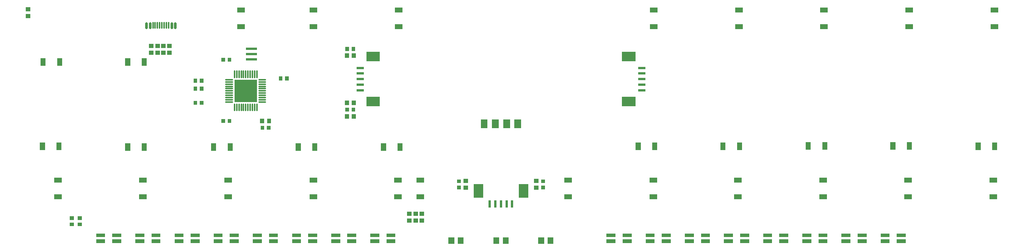
<source format=gbp>
G04 Layer: BottomPasteMaskLayer*
G04 EasyEDA v6.4.25, 2022-01-20T16:11:06+08:00*
G04 bfaf2d4f65d64c88941de24b5d45c2ce,3b57db4a37c74da5bb1b5bc11455ab19,10*
G04 Gerber Generator version 0.2*
G04 Scale: 100 percent, Rotated: No, Reflected: No *
G04 Dimensions in millimeters *
G04 leading zeros omitted , absolute positions ,4 integer and 5 decimal *
%FSLAX45Y45*%
%MOMM*%

%ADD19C,0.3000*%
%ADD20C,0.6000*%

%LPD*%
D19*
X-6002301Y435787D02*
G01*
X-6142301Y435787D01*
X-6002301Y485775D02*
G01*
X-6142301Y485775D01*
X-6002301Y535787D02*
G01*
X-6142301Y535787D01*
X-6002301Y585774D02*
G01*
X-6142301Y585774D01*
X-6002301Y635787D02*
G01*
X-6142301Y635787D01*
X-6002301Y685774D02*
G01*
X-6142301Y685774D01*
X-6002301Y735787D02*
G01*
X-6142301Y735787D01*
X-6002301Y785774D02*
G01*
X-6142301Y785774D01*
X-6002301Y835787D02*
G01*
X-6142301Y835787D01*
X-6002301Y885774D02*
G01*
X-6142301Y885774D01*
X-6002301Y935786D02*
G01*
X-6142301Y935786D01*
X-5952312Y985776D02*
G01*
X-5952312Y1125776D01*
X-5902325Y985776D02*
G01*
X-5902325Y1125776D01*
X-5852312Y985776D02*
G01*
X-5852312Y1125776D01*
X-5802325Y985776D02*
G01*
X-5802325Y1125776D01*
X-5752312Y985776D02*
G01*
X-5752312Y1125776D01*
X-5702325Y985776D02*
G01*
X-5702325Y1125776D01*
X-5652312Y985776D02*
G01*
X-5652312Y1125776D01*
X-5602325Y985776D02*
G01*
X-5602325Y1125776D01*
X-5552312Y985776D02*
G01*
X-5552312Y1125776D01*
X-5502325Y985776D02*
G01*
X-5502325Y1125776D01*
X-5452313Y985776D02*
G01*
X-5452313Y1125776D01*
X-5262323Y935786D02*
G01*
X-5402323Y935786D01*
X-5262323Y885774D02*
G01*
X-5402323Y885774D01*
X-5262323Y835787D02*
G01*
X-5402323Y835787D01*
X-5262323Y785774D02*
G01*
X-5402323Y785774D01*
X-5262323Y735787D02*
G01*
X-5402323Y735787D01*
X-5262323Y685774D02*
G01*
X-5402323Y685774D01*
X-5262323Y635787D02*
G01*
X-5402323Y635787D01*
X-5262323Y585774D02*
G01*
X-5402323Y585774D01*
X-5262323Y535787D02*
G01*
X-5402323Y535787D01*
X-5262323Y485775D02*
G01*
X-5402323Y485775D01*
X-5262323Y435787D02*
G01*
X-5402323Y435787D01*
X-5452313Y245798D02*
G01*
X-5452313Y385798D01*
X-5502325Y245798D02*
G01*
X-5502325Y385798D01*
X-5552312Y245798D02*
G01*
X-5552312Y385798D01*
X-5602325Y245798D02*
G01*
X-5602325Y385798D01*
X-5652312Y245798D02*
G01*
X-5652312Y385798D01*
X-5702325Y245798D02*
G01*
X-5702325Y385798D01*
X-5752312Y245798D02*
G01*
X-5752312Y385798D01*
X-5802325Y245798D02*
G01*
X-5802325Y385798D01*
X-5852312Y245798D02*
G01*
X-5852312Y385798D01*
X-5902325Y245798D02*
G01*
X-5902325Y385798D01*
X-5952312Y245798D02*
G01*
X-5952312Y385798D01*
D20*
X-7919999Y2106074D02*
G01*
X-7919999Y2196076D01*
X-7840014Y2106074D02*
G01*
X-7840014Y2196076D01*
D19*
X-7775016Y2091075D02*
G01*
X-7775016Y2211075D01*
X-7725003Y2091075D02*
G01*
X-7725003Y2211075D01*
X-7675016Y2091075D02*
G01*
X-7675016Y2211075D01*
X-7625003Y2091075D02*
G01*
X-7625003Y2211075D01*
X-7575016Y2091075D02*
G01*
X-7575016Y2211075D01*
X-7525004Y2091075D02*
G01*
X-7525004Y2211075D01*
X-7475042Y2091075D02*
G01*
X-7475042Y2211075D01*
X-7425004Y2091075D02*
G01*
X-7425004Y2211075D01*
D20*
X-7360005Y2106074D02*
G01*
X-7360005Y2196076D01*
X-7280020Y2106074D02*
G01*
X-7280020Y2196076D01*
G36*
X-6726400Y869398D02*
G01*
X-6646400Y869398D01*
X-6646400Y959401D01*
X-6726400Y959401D01*
G37*
G36*
X-6866399Y869398D02*
G01*
X-6786399Y869398D01*
X-6786399Y959401D01*
X-6866399Y959401D01*
G37*
G36*
X-4881399Y1010201D02*
G01*
X-4961399Y1010201D01*
X-4961399Y920198D01*
X-4881399Y920198D01*
G37*
G36*
X-4741400Y1010201D02*
G01*
X-4821400Y1010201D01*
X-4821400Y920198D01*
X-4741400Y920198D01*
G37*
G36*
X-9455701Y-2265199D02*
G01*
X-9455701Y-2345199D01*
X-9365698Y-2345199D01*
X-9365698Y-2265199D01*
G37*
G36*
X-9455701Y-2125200D02*
G01*
X-9455701Y-2205200D01*
X-9365698Y-2205200D01*
X-9365698Y-2125200D01*
G37*
G36*
X-9916160Y1248410D02*
G01*
X-9804400Y1248410D01*
X-9804400Y1418589D01*
X-9916160Y1418589D01*
G37*
G36*
X-10287000Y1248410D02*
G01*
X-10175239Y1248410D01*
X-10175239Y1418589D01*
X-10287000Y1418589D01*
G37*
G36*
X-8023860Y1248410D02*
G01*
X-7912100Y1248410D01*
X-7912100Y1418589D01*
X-8023860Y1418589D01*
G37*
G36*
X-8394700Y1248410D02*
G01*
X-8282939Y1248410D01*
X-8282939Y1418589D01*
X-8394700Y1418589D01*
G37*
G36*
X-5718810Y2440939D02*
G01*
X-5718810Y2552700D01*
X-5888989Y2552700D01*
X-5888989Y2440939D01*
G37*
G36*
X-5718810Y2070100D02*
G01*
X-5718810Y2181860D01*
X-5888989Y2181860D01*
X-5888989Y2070100D01*
G37*
G36*
X-4276089Y2181860D02*
G01*
X-4276089Y2070100D01*
X-4105910Y2070100D01*
X-4105910Y2181860D01*
G37*
G36*
X-4276089Y2552700D02*
G01*
X-4276089Y2440939D01*
X-4105910Y2440939D01*
X-4105910Y2552700D01*
G37*
G36*
X-2371089Y2181860D02*
G01*
X-2371089Y2070100D01*
X-2200910Y2070100D01*
X-2200910Y2181860D01*
G37*
G36*
X-2371089Y2552700D02*
G01*
X-2371089Y2440939D01*
X-2200910Y2440939D01*
X-2200910Y2552700D01*
G37*
G36*
X3331209Y2181860D02*
G01*
X3331209Y2070100D01*
X3501390Y2070100D01*
X3501390Y2181860D01*
G37*
G36*
X3331209Y2552700D02*
G01*
X3331209Y2440939D01*
X3501390Y2440939D01*
X3501390Y2552700D01*
G37*
G36*
X5236209Y2181860D02*
G01*
X5236209Y2070100D01*
X5406390Y2070100D01*
X5406390Y2181860D01*
G37*
G36*
X5236209Y2552700D02*
G01*
X5236209Y2440939D01*
X5406390Y2440939D01*
X5406390Y2552700D01*
G37*
G36*
X7128509Y2181860D02*
G01*
X7128509Y2070100D01*
X7298690Y2070100D01*
X7298690Y2181860D01*
G37*
G36*
X7128509Y2552700D02*
G01*
X7128509Y2440939D01*
X7298690Y2440939D01*
X7298690Y2552700D01*
G37*
G36*
X9033509Y2181860D02*
G01*
X9033509Y2070100D01*
X9203690Y2070100D01*
X9203690Y2181860D01*
G37*
G36*
X9033509Y2552700D02*
G01*
X9033509Y2440939D01*
X9203690Y2440939D01*
X9203690Y2552700D01*
G37*
G36*
X10938509Y2181860D02*
G01*
X10938509Y2070100D01*
X11108690Y2070100D01*
X11108690Y2181860D01*
G37*
G36*
X10938509Y2552700D02*
G01*
X10938509Y2440939D01*
X11108690Y2440939D01*
X11108690Y2552700D01*
G37*
G36*
X-9928860Y-643889D02*
G01*
X-9817100Y-643889D01*
X-9817100Y-473710D01*
X-9928860Y-473710D01*
G37*
G36*
X-10299700Y-643889D02*
G01*
X-10187939Y-643889D01*
X-10187939Y-473710D01*
X-10299700Y-473710D01*
G37*
G36*
X-8023860Y-656589D02*
G01*
X-7912100Y-656589D01*
X-7912100Y-486410D01*
X-8023860Y-486410D01*
G37*
G36*
X-8394700Y-656589D02*
G01*
X-8282939Y-656589D01*
X-8282939Y-486410D01*
X-8394700Y-486410D01*
G37*
G36*
X-6106160Y-656589D02*
G01*
X-5994400Y-656589D01*
X-5994400Y-486410D01*
X-6106160Y-486410D01*
G37*
G36*
X-6477000Y-656589D02*
G01*
X-6365239Y-656589D01*
X-6365239Y-486410D01*
X-6477000Y-486410D01*
G37*
G36*
X-4213860Y-656589D02*
G01*
X-4102100Y-656589D01*
X-4102100Y-486410D01*
X-4213860Y-486410D01*
G37*
G36*
X-4584700Y-656589D02*
G01*
X-4472939Y-656589D01*
X-4472939Y-486410D01*
X-4584700Y-486410D01*
G37*
G36*
X-2308860Y-656589D02*
G01*
X-2197100Y-656589D01*
X-2197100Y-486410D01*
X-2308860Y-486410D01*
G37*
G36*
X-2679700Y-656589D02*
G01*
X-2567939Y-656589D01*
X-2567939Y-486410D01*
X-2679700Y-486410D01*
G37*
G36*
X3380740Y-643889D02*
G01*
X3492500Y-643889D01*
X3492500Y-473710D01*
X3380740Y-473710D01*
G37*
G36*
X3009900Y-643889D02*
G01*
X3121659Y-643889D01*
X3121659Y-473710D01*
X3009900Y-473710D01*
G37*
G36*
X5273040Y-643889D02*
G01*
X5384800Y-643889D01*
X5384800Y-473710D01*
X5273040Y-473710D01*
G37*
G36*
X4902200Y-643889D02*
G01*
X5013959Y-643889D01*
X5013959Y-473710D01*
X4902200Y-473710D01*
G37*
G36*
X7178040Y-631189D02*
G01*
X7289800Y-631189D01*
X7289800Y-461010D01*
X7178040Y-461010D01*
G37*
G36*
X6807200Y-631189D02*
G01*
X6918959Y-631189D01*
X6918959Y-461010D01*
X6807200Y-461010D01*
G37*
G36*
X9070340Y-631189D02*
G01*
X9182100Y-631189D01*
X9182100Y-461010D01*
X9070340Y-461010D01*
G37*
G36*
X8699500Y-631189D02*
G01*
X8811259Y-631189D01*
X8811259Y-461010D01*
X8699500Y-461010D01*
G37*
G36*
X10975340Y-643889D02*
G01*
X11087100Y-643889D01*
X11087100Y-473710D01*
X10975340Y-473710D01*
G37*
G36*
X10604500Y-643889D02*
G01*
X10716259Y-643889D01*
X10716259Y-473710D01*
X10604500Y-473710D01*
G37*
G36*
X-9808210Y-1369060D02*
G01*
X-9808210Y-1257300D01*
X-9978389Y-1257300D01*
X-9978389Y-1369060D01*
G37*
G36*
X-9808210Y-1739900D02*
G01*
X-9808210Y-1628139D01*
X-9978389Y-1628139D01*
X-9978389Y-1739900D01*
G37*
G36*
X-7915910Y-1369060D02*
G01*
X-7915910Y-1257300D01*
X-8086089Y-1257300D01*
X-8086089Y-1369060D01*
G37*
G36*
X-7915910Y-1739900D02*
G01*
X-7915910Y-1628139D01*
X-8086089Y-1628139D01*
X-8086089Y-1739900D01*
G37*
G36*
X-6010910Y-1369060D02*
G01*
X-6010910Y-1257300D01*
X-6181089Y-1257300D01*
X-6181089Y-1369060D01*
G37*
G36*
X-6010910Y-1739900D02*
G01*
X-6010910Y-1628139D01*
X-6181089Y-1628139D01*
X-6181089Y-1739900D01*
G37*
G36*
X-4105910Y-1369060D02*
G01*
X-4105910Y-1257300D01*
X-4276089Y-1257300D01*
X-4276089Y-1369060D01*
G37*
G36*
X-4105910Y-1739900D02*
G01*
X-4105910Y-1628139D01*
X-4276089Y-1628139D01*
X-4276089Y-1739900D01*
G37*
G36*
X-2213610Y-1369060D02*
G01*
X-2213610Y-1257300D01*
X-2383789Y-1257300D01*
X-2383789Y-1369060D01*
G37*
G36*
X-2213610Y-1739900D02*
G01*
X-2213610Y-1628139D01*
X-2383789Y-1628139D01*
X-2383789Y-1739900D01*
G37*
G36*
X-1718310Y-1369060D02*
G01*
X-1718310Y-1257300D01*
X-1888489Y-1257300D01*
X-1888489Y-1369060D01*
G37*
G36*
X-1718310Y-1739900D02*
G01*
X-1718310Y-1628139D01*
X-1888489Y-1628139D01*
X-1888489Y-1739900D01*
G37*
G36*
X-5288534Y63500D02*
G01*
X-5379973Y63500D01*
X-5379973Y-38100D01*
X-5288534Y-38100D01*
G37*
G36*
X-5135626Y63500D02*
G01*
X-5227065Y63500D01*
X-5227065Y-38100D01*
X-5135626Y-38100D01*
G37*
G36*
X-3334765Y63500D02*
G01*
X-3243326Y63500D01*
X-3243326Y165100D01*
X-3334765Y165100D01*
G37*
G36*
X-3487673Y63500D02*
G01*
X-3396234Y63500D01*
X-3396234Y165100D01*
X-3487673Y165100D01*
G37*
G36*
X-3396234Y469900D02*
G01*
X-3487673Y469900D01*
X-3487673Y368300D01*
X-3396234Y368300D01*
G37*
G36*
X-3243326Y469900D02*
G01*
X-3334765Y469900D01*
X-3334765Y368300D01*
X-3243326Y368300D01*
G37*
G36*
X-3396234Y1524000D02*
G01*
X-3487673Y1524000D01*
X-3487673Y1422400D01*
X-3396234Y1422400D01*
G37*
G36*
X-3243326Y1524000D02*
G01*
X-3334765Y1524000D01*
X-3334765Y1422400D01*
X-3243326Y1422400D01*
G37*
G36*
X-894798Y-1379700D02*
G01*
X-894798Y-1299700D01*
X-984801Y-1299700D01*
X-984801Y-1379700D01*
G37*
G36*
X-894798Y-1519699D02*
G01*
X-894798Y-1439699D01*
X-984801Y-1439699D01*
X-984801Y-1519699D01*
G37*
G36*
X984801Y-1379700D02*
G01*
X984801Y-1299700D01*
X894798Y-1299700D01*
X894798Y-1379700D01*
G37*
G36*
X984801Y-1519699D02*
G01*
X984801Y-1439699D01*
X894798Y-1439699D01*
X894798Y-1519699D01*
G37*
G36*
X-1816100Y-2177034D02*
G01*
X-1816100Y-2268473D01*
X-1714500Y-2268473D01*
X-1714500Y-2177034D01*
G37*
G36*
X-1816100Y-2024126D02*
G01*
X-1816100Y-2115565D01*
X-1714500Y-2115565D01*
X-1714500Y-2024126D01*
G37*
G36*
X-1993900Y-2115565D02*
G01*
X-1993900Y-2024126D01*
X-2095500Y-2024126D01*
X-2095500Y-2115565D01*
G37*
G36*
X-1993900Y-2268473D02*
G01*
X-1993900Y-2177034D01*
X-2095500Y-2177034D01*
X-2095500Y-2268473D01*
G37*
G36*
X-1854200Y-2115565D02*
G01*
X-1854200Y-2024126D01*
X-1955800Y-2024126D01*
X-1955800Y-2115565D01*
G37*
G36*
X-1854200Y-2268473D02*
G01*
X-1854200Y-2177034D01*
X-1955800Y-2177034D01*
X-1955800Y-2268473D01*
G37*
G36*
X-10617200Y2407665D02*
G01*
X-10617200Y2316226D01*
X-10515600Y2316226D01*
X-10515600Y2407665D01*
G37*
G36*
X-10617200Y2560573D02*
G01*
X-10617200Y2469134D01*
X-10515600Y2469134D01*
X-10515600Y2560573D01*
G37*
G36*
X1583689Y-1369060D02*
G01*
X1583689Y-1257300D01*
X1413510Y-1257300D01*
X1413510Y-1369060D01*
G37*
G36*
X1583689Y-1739900D02*
G01*
X1583689Y-1628139D01*
X1413510Y-1628139D01*
X1413510Y-1739900D01*
G37*
G36*
X3488690Y-1369060D02*
G01*
X3488690Y-1257300D01*
X3318509Y-1257300D01*
X3318509Y-1369060D01*
G37*
G36*
X3488690Y-1739900D02*
G01*
X3488690Y-1628139D01*
X3318509Y-1628139D01*
X3318509Y-1739900D01*
G37*
G36*
X5380990Y-1369060D02*
G01*
X5380990Y-1257300D01*
X5210809Y-1257300D01*
X5210809Y-1369060D01*
G37*
G36*
X5380990Y-1739900D02*
G01*
X5380990Y-1628139D01*
X5210809Y-1628139D01*
X5210809Y-1739900D01*
G37*
G36*
X7285990Y-1369060D02*
G01*
X7285990Y-1257300D01*
X7115809Y-1257300D01*
X7115809Y-1369060D01*
G37*
G36*
X7285990Y-1739900D02*
G01*
X7285990Y-1628139D01*
X7115809Y-1628139D01*
X7115809Y-1739900D01*
G37*
G36*
X9178290Y-1369060D02*
G01*
X9178290Y-1257300D01*
X9008109Y-1257300D01*
X9008109Y-1369060D01*
G37*
G36*
X9178290Y-1739900D02*
G01*
X9178290Y-1628139D01*
X9008109Y-1628139D01*
X9008109Y-1739900D01*
G37*
G36*
X11083290Y-1369060D02*
G01*
X11083290Y-1257300D01*
X10913109Y-1257300D01*
X10913109Y-1369060D01*
G37*
G36*
X11083290Y-1739900D02*
G01*
X11083290Y-1628139D01*
X10913109Y-1628139D01*
X10913109Y-1739900D01*
G37*
G36*
X-399999Y-1404995D02*
G01*
X-609998Y-1404995D01*
X-609998Y-1704995D01*
X-399999Y-1704995D01*
G37*
G36*
X609998Y-1404995D02*
G01*
X399999Y-1404995D01*
X399999Y-1704995D01*
X609998Y-1704995D01*
G37*
G36*
X275000Y-1764995D02*
G01*
X224998Y-1764995D01*
X224998Y-1924994D01*
X275000Y-1924994D01*
G37*
G36*
X150002Y-1764995D02*
G01*
X99999Y-1764995D01*
X99999Y-1924994D01*
X150002Y-1924994D01*
G37*
G36*
X25001Y-1764995D02*
G01*
X-25001Y-1764995D01*
X-25001Y-1924994D01*
X25001Y-1924994D01*
G37*
G36*
X-99997Y-1764995D02*
G01*
X-149999Y-1764995D01*
X-149999Y-1924994D01*
X-99997Y-1924994D01*
G37*
G36*
X-224998Y-1764995D02*
G01*
X-275000Y-1764995D01*
X-275000Y-1924994D01*
X-224998Y-1924994D01*
G37*
G36*
X-3335500Y221698D02*
G01*
X-3255500Y221698D01*
X-3255500Y311701D01*
X-3335500Y311701D01*
G37*
G36*
X-3475499Y221698D02*
G01*
X-3395499Y221698D01*
X-3395499Y311701D01*
X-3475499Y311701D01*
G37*
G36*
X-9633501Y-2265199D02*
G01*
X-9633501Y-2345199D01*
X-9543498Y-2345199D01*
X-9543498Y-2265199D01*
G37*
G36*
X-9633501Y-2125200D02*
G01*
X-9633501Y-2205200D01*
X-9543498Y-2205200D01*
X-9543498Y-2125200D01*
G37*
G36*
X-2704995Y1349999D02*
G01*
X-2704995Y1559999D01*
X-3004995Y1560001D01*
X-3004995Y1349999D01*
G37*
G36*
X-2704995Y340001D02*
G01*
X-2704995Y550001D01*
X-3004995Y550001D01*
X-3004995Y339999D01*
G37*
G36*
X-3064995Y674999D02*
G01*
X-3064995Y725002D01*
X-3224994Y725002D01*
X-3224994Y674999D01*
G37*
G36*
X-3064995Y799998D02*
G01*
X-3064995Y850000D01*
X-3224994Y850000D01*
X-3224994Y799998D01*
G37*
G36*
X-3064995Y924999D02*
G01*
X-3064995Y975001D01*
X-3224994Y975001D01*
X-3224994Y924999D01*
G37*
G36*
X-3064995Y1049997D02*
G01*
X-3064995Y1100000D01*
X-3224994Y1100000D01*
X-3224994Y1049997D01*
G37*
G36*
X-3064995Y1174998D02*
G01*
X-3064995Y1225001D01*
X-3224994Y1225001D01*
X-3224994Y1174998D01*
G37*
G36*
X2704995Y550001D02*
G01*
X2704995Y340001D01*
X3004995Y340001D01*
X3004995Y550001D01*
G37*
G36*
X2704995Y1559999D02*
G01*
X2704995Y1349999D01*
X3004995Y1349999D01*
X3004995Y1559999D01*
G37*
G36*
X3064995Y1225001D02*
G01*
X3064995Y1174998D01*
X3224994Y1174998D01*
X3224994Y1225001D01*
G37*
G36*
X3064995Y1100002D02*
G01*
X3064995Y1050000D01*
X3224994Y1050000D01*
X3224994Y1100002D01*
G37*
G36*
X3064995Y975001D02*
G01*
X3064995Y924999D01*
X3224994Y924999D01*
X3224994Y975001D01*
G37*
G36*
X3064995Y850003D02*
G01*
X3064995Y800000D01*
X3224994Y800000D01*
X3224994Y850003D01*
G37*
G36*
X3064995Y725002D02*
G01*
X3064995Y674999D01*
X3224994Y674999D01*
X3224994Y725002D01*
G37*
G36*
X-8483000Y-2639357D02*
G01*
X-8683000Y-2639357D01*
X-8683000Y-2719357D01*
X-8483000Y-2719357D01*
G37*
G36*
X-8842999Y-2639357D02*
G01*
X-9042999Y-2639357D01*
X-9042999Y-2719357D01*
X-8842999Y-2719357D01*
G37*
G36*
X-8842999Y-2509817D02*
G01*
X-9042999Y-2509817D01*
X-9042999Y-2589817D01*
X-8842999Y-2589817D01*
G37*
G36*
X-8483000Y-2509817D02*
G01*
X-8683000Y-2509817D01*
X-8683000Y-2589817D01*
X-8483000Y-2589817D01*
G37*
G36*
X-7608001Y-2639357D02*
G01*
X-7808000Y-2639357D01*
X-7808000Y-2719357D01*
X-7608001Y-2719357D01*
G37*
G36*
X-7968000Y-2639357D02*
G01*
X-8167999Y-2639357D01*
X-8167999Y-2719357D01*
X-7968000Y-2719357D01*
G37*
G36*
X-7968000Y-2509817D02*
G01*
X-8167999Y-2509817D01*
X-8167999Y-2589817D01*
X-7968000Y-2589817D01*
G37*
G36*
X-7608001Y-2509817D02*
G01*
X-7808000Y-2509817D01*
X-7808000Y-2589817D01*
X-7608001Y-2589817D01*
G37*
G36*
X-6733001Y-2639357D02*
G01*
X-6933001Y-2639357D01*
X-6933001Y-2719357D01*
X-6733001Y-2719357D01*
G37*
G36*
X-7093000Y-2639357D02*
G01*
X-7293000Y-2639357D01*
X-7293000Y-2719357D01*
X-7093000Y-2719357D01*
G37*
G36*
X-7093000Y-2509817D02*
G01*
X-7293000Y-2509817D01*
X-7293000Y-2589817D01*
X-7093000Y-2589817D01*
G37*
G36*
X-6733001Y-2509817D02*
G01*
X-6933001Y-2509817D01*
X-6933001Y-2589817D01*
X-6733001Y-2589817D01*
G37*
G36*
X-5857999Y-2639357D02*
G01*
X-6057999Y-2639357D01*
X-6057999Y-2719357D01*
X-5857999Y-2719357D01*
G37*
G36*
X-6217998Y-2639357D02*
G01*
X-6417998Y-2639357D01*
X-6417998Y-2719357D01*
X-6217998Y-2719357D01*
G37*
G36*
X-6217998Y-2509817D02*
G01*
X-6417998Y-2509817D01*
X-6417998Y-2589817D01*
X-6217998Y-2589817D01*
G37*
G36*
X-5857999Y-2509817D02*
G01*
X-6057999Y-2509817D01*
X-6057999Y-2589817D01*
X-5857999Y-2589817D01*
G37*
G36*
X-4982999Y-2639357D02*
G01*
X-5182999Y-2639357D01*
X-5182999Y-2719357D01*
X-4982999Y-2719357D01*
G37*
G36*
X-5342999Y-2639357D02*
G01*
X-5542998Y-2639357D01*
X-5542998Y-2719357D01*
X-5342999Y-2719357D01*
G37*
G36*
X-5342999Y-2509817D02*
G01*
X-5542998Y-2509817D01*
X-5542998Y-2589817D01*
X-5342999Y-2589817D01*
G37*
G36*
X-4982999Y-2509817D02*
G01*
X-5182999Y-2509817D01*
X-5182999Y-2589817D01*
X-4982999Y-2589817D01*
G37*
G36*
X-4108000Y-2639357D02*
G01*
X-4308000Y-2639357D01*
X-4308000Y-2719357D01*
X-4108000Y-2719357D01*
G37*
G36*
X-4467999Y-2639357D02*
G01*
X-4667999Y-2639357D01*
X-4667999Y-2719357D01*
X-4467999Y-2719357D01*
G37*
G36*
X-4467999Y-2509817D02*
G01*
X-4667999Y-2509817D01*
X-4667999Y-2589817D01*
X-4467999Y-2589817D01*
G37*
G36*
X-4108000Y-2509817D02*
G01*
X-4308000Y-2509817D01*
X-4308000Y-2589817D01*
X-4108000Y-2589817D01*
G37*
G36*
X-3233000Y-2639357D02*
G01*
X-3433000Y-2639357D01*
X-3433000Y-2719357D01*
X-3233000Y-2719357D01*
G37*
G36*
X-3593000Y-2639357D02*
G01*
X-3792999Y-2639357D01*
X-3792999Y-2719357D01*
X-3593000Y-2719357D01*
G37*
G36*
X-3593000Y-2509817D02*
G01*
X-3792999Y-2509817D01*
X-3792999Y-2589817D01*
X-3593000Y-2589817D01*
G37*
G36*
X-3233000Y-2509817D02*
G01*
X-3433000Y-2509817D01*
X-3433000Y-2589817D01*
X-3233000Y-2589817D01*
G37*
G36*
X-2358001Y-2639357D02*
G01*
X-2558000Y-2639357D01*
X-2558000Y-2719357D01*
X-2358001Y-2719357D01*
G37*
G36*
X-2718000Y-2639357D02*
G01*
X-2918000Y-2639357D01*
X-2918000Y-2719357D01*
X-2718000Y-2719357D01*
G37*
G36*
X-2718000Y-2509817D02*
G01*
X-2918000Y-2509817D01*
X-2918000Y-2589817D01*
X-2718000Y-2589817D01*
G37*
G36*
X-2358001Y-2509817D02*
G01*
X-2558000Y-2509817D01*
X-2558000Y-2589817D01*
X-2358001Y-2589817D01*
G37*
G36*
X2918000Y-2639357D02*
G01*
X2718000Y-2639357D01*
X2718000Y-2719357D01*
X2918000Y-2719357D01*
G37*
G36*
X2558000Y-2639357D02*
G01*
X2358001Y-2639357D01*
X2358001Y-2719357D01*
X2558000Y-2719357D01*
G37*
G36*
X2558000Y-2509817D02*
G01*
X2358001Y-2509817D01*
X2358001Y-2589817D01*
X2558000Y-2589817D01*
G37*
G36*
X2918000Y-2509817D02*
G01*
X2718000Y-2509817D01*
X2718000Y-2589817D01*
X2918000Y-2589817D01*
G37*
G36*
X3792999Y-2639357D02*
G01*
X3593000Y-2639357D01*
X3593000Y-2719357D01*
X3792999Y-2719357D01*
G37*
G36*
X3433000Y-2639357D02*
G01*
X3233000Y-2639357D01*
X3233000Y-2719357D01*
X3433000Y-2719357D01*
G37*
G36*
X3433000Y-2509817D02*
G01*
X3233000Y-2509817D01*
X3233000Y-2589817D01*
X3433000Y-2589817D01*
G37*
G36*
X3792999Y-2509817D02*
G01*
X3593000Y-2509817D01*
X3593000Y-2589817D01*
X3792999Y-2589817D01*
G37*
G36*
X4667999Y-2639357D02*
G01*
X4467999Y-2639357D01*
X4467999Y-2719357D01*
X4667999Y-2719357D01*
G37*
G36*
X4308000Y-2639357D02*
G01*
X4108000Y-2639357D01*
X4108000Y-2719357D01*
X4308000Y-2719357D01*
G37*
G36*
X4308000Y-2509817D02*
G01*
X4108000Y-2509817D01*
X4108000Y-2589817D01*
X4308000Y-2589817D01*
G37*
G36*
X4667999Y-2509817D02*
G01*
X4467999Y-2509817D01*
X4467999Y-2589817D01*
X4667999Y-2589817D01*
G37*
G36*
X5543001Y-2639357D02*
G01*
X5343001Y-2639357D01*
X5343001Y-2719357D01*
X5543001Y-2719357D01*
G37*
G36*
X5183002Y-2639357D02*
G01*
X4983002Y-2639357D01*
X4983002Y-2719357D01*
X5183002Y-2719357D01*
G37*
G36*
X5183002Y-2509817D02*
G01*
X4983002Y-2509817D01*
X4983002Y-2589817D01*
X5183002Y-2589817D01*
G37*
G36*
X5543001Y-2509817D02*
G01*
X5343001Y-2509817D01*
X5343001Y-2589817D01*
X5543001Y-2589817D01*
G37*
G36*
X6418000Y-2639357D02*
G01*
X6218001Y-2639357D01*
X6218001Y-2719357D01*
X6418000Y-2719357D01*
G37*
G36*
X6058001Y-2639357D02*
G01*
X5858002Y-2639357D01*
X5858002Y-2719357D01*
X6058001Y-2719357D01*
G37*
G36*
X6058001Y-2509817D02*
G01*
X5858002Y-2509817D01*
X5858002Y-2589817D01*
X6058001Y-2589817D01*
G37*
G36*
X6418000Y-2509817D02*
G01*
X6218001Y-2509817D01*
X6218001Y-2589817D01*
X6418000Y-2589817D01*
G37*
G36*
X7293000Y-2639357D02*
G01*
X7093000Y-2639357D01*
X7093000Y-2719357D01*
X7293000Y-2719357D01*
G37*
G36*
X6933001Y-2639357D02*
G01*
X6733001Y-2639357D01*
X6733001Y-2719357D01*
X6933001Y-2719357D01*
G37*
G36*
X6933001Y-2509817D02*
G01*
X6733001Y-2509817D01*
X6733001Y-2589817D01*
X6933001Y-2589817D01*
G37*
G36*
X7293000Y-2509817D02*
G01*
X7093000Y-2509817D01*
X7093000Y-2589817D01*
X7293000Y-2589817D01*
G37*
G36*
X8167999Y-2639357D02*
G01*
X7968000Y-2639357D01*
X7968000Y-2719357D01*
X8167999Y-2719357D01*
G37*
G36*
X7808000Y-2639357D02*
G01*
X7608001Y-2639357D01*
X7608001Y-2719357D01*
X7808000Y-2719357D01*
G37*
G36*
X7808000Y-2509817D02*
G01*
X7608001Y-2509817D01*
X7608001Y-2589817D01*
X7808000Y-2589817D01*
G37*
G36*
X8167999Y-2509817D02*
G01*
X7968000Y-2509817D01*
X7968000Y-2589817D01*
X8167999Y-2589817D01*
G37*
G36*
X9042999Y-2639357D02*
G01*
X8842999Y-2639357D01*
X8842999Y-2719357D01*
X9042999Y-2719357D01*
G37*
G36*
X8683000Y-2639357D02*
G01*
X8483000Y-2639357D01*
X8483000Y-2719357D01*
X8683000Y-2719357D01*
G37*
G36*
X8683000Y-2509817D02*
G01*
X8483000Y-2509817D01*
X8483000Y-2589817D01*
X8683000Y-2589817D01*
G37*
G36*
X9042999Y-2509817D02*
G01*
X8842999Y-2509817D01*
X8842999Y-2589817D01*
X9042999Y-2589817D01*
G37*
G36*
X170053Y-2597022D02*
G01*
X40004Y-2597022D01*
X40004Y-2736977D01*
X170053Y-2736977D01*
G37*
G36*
X-40004Y-2597022D02*
G01*
X-170053Y-2597022D01*
X-170053Y-2736977D01*
X-40004Y-2736977D01*
G37*
G36*
X-833246Y-2597022D02*
G01*
X-963295Y-2597022D01*
X-963295Y-2736977D01*
X-833246Y-2736977D01*
G37*
G36*
X-1043304Y-2597022D02*
G01*
X-1173353Y-2597022D01*
X-1173353Y-2736977D01*
X-1043304Y-2736977D01*
G37*
G36*
X1173353Y-2597022D02*
G01*
X1043304Y-2597022D01*
X1043304Y-2736977D01*
X1173353Y-2736977D01*
G37*
G36*
X963295Y-2597022D02*
G01*
X833246Y-2597022D01*
X833246Y-2736977D01*
X963295Y-2736977D01*
G37*
G36*
X-5700293Y1366418D02*
G01*
X-5450306Y1366418D01*
X-5450306Y1416405D01*
X-5700293Y1416405D01*
G37*
G36*
X-5700301Y1486301D02*
G01*
X-5450298Y1486301D01*
X-5450298Y1536301D01*
X-5700301Y1536301D01*
G37*
G36*
X-5700293Y1606194D02*
G01*
X-5450306Y1606194D01*
X-5450306Y1656181D01*
X-5700293Y1656181D01*
G37*
G36*
X-6726400Y691598D02*
G01*
X-6646400Y691598D01*
X-6646400Y781601D01*
X-6726400Y781601D01*
G37*
G36*
X-6866399Y691598D02*
G01*
X-6786399Y691598D01*
X-6786399Y781601D01*
X-6866399Y781601D01*
G37*
G36*
X-6104100Y-32301D02*
G01*
X-6024100Y-32301D01*
X-6024100Y57701D01*
X-6104100Y57701D01*
G37*
G36*
X-6244099Y-32301D02*
G01*
X-6164099Y-32301D01*
X-6164099Y57701D01*
X-6244099Y57701D01*
G37*
G36*
X-6726400Y374098D02*
G01*
X-6646400Y374098D01*
X-6646400Y464101D01*
X-6726400Y464101D01*
G37*
G36*
X-6866399Y374098D02*
G01*
X-6786399Y374098D01*
X-6786399Y464101D01*
X-6866399Y464101D01*
G37*
G36*
X-5952312Y435787D02*
G01*
X-5452313Y435787D01*
X-5452313Y935786D01*
X-5952312Y935786D01*
G37*
G36*
X-7493000Y1643634D02*
G01*
X-7493000Y1735073D01*
X-7594600Y1735073D01*
X-7594600Y1643634D01*
G37*
G36*
X-7493000Y1490726D02*
G01*
X-7493000Y1582165D01*
X-7594600Y1582165D01*
X-7594600Y1490726D01*
G37*
G36*
X-7620000Y1643634D02*
G01*
X-7620000Y1735073D01*
X-7721600Y1735073D01*
X-7721600Y1643634D01*
G37*
G36*
X-7620000Y1490726D02*
G01*
X-7620000Y1582165D01*
X-7721600Y1582165D01*
X-7721600Y1490726D01*
G37*
G36*
X-7861300Y1582165D02*
G01*
X-7861300Y1490726D01*
X-7759700Y1490726D01*
X-7759700Y1582165D01*
G37*
G36*
X-7861300Y1735073D02*
G01*
X-7861300Y1643634D01*
X-7759700Y1643634D01*
X-7759700Y1735073D01*
G37*
G36*
X-7454900Y1582165D02*
G01*
X-7454900Y1490726D01*
X-7353300Y1490726D01*
X-7353300Y1582165D01*
G37*
G36*
X-7454900Y1735073D02*
G01*
X-7454900Y1643634D01*
X-7353300Y1643634D01*
X-7353300Y1735073D01*
G37*
G36*
X-450004Y-150799D02*
G01*
X-300001Y-150799D01*
X-300001Y49199D01*
X-450004Y49199D01*
G37*
G36*
X-200002Y-150799D02*
G01*
X-49999Y-150799D01*
X-49999Y49199D01*
X-200002Y49199D01*
G37*
G36*
X50002Y-150799D02*
G01*
X200004Y-150799D01*
X200004Y49199D01*
X50002Y49199D01*
G37*
G36*
X300007Y-150799D02*
G01*
X450009Y-150799D01*
X450009Y49199D01*
X300007Y49199D01*
G37*
G36*
X-5287799Y-94698D02*
G01*
X-5367799Y-94698D01*
X-5367799Y-184701D01*
X-5287799Y-184701D01*
G37*
G36*
X-5147800Y-94698D02*
G01*
X-5227800Y-94698D01*
X-5227800Y-184701D01*
X-5147800Y-184701D01*
G37*
G36*
X-6104100Y1339298D02*
G01*
X-6024100Y1339298D01*
X-6024100Y1429301D01*
X-6104100Y1429301D01*
G37*
G36*
X-6244099Y1339298D02*
G01*
X-6164099Y1339298D01*
X-6164099Y1429301D01*
X-6244099Y1429301D01*
G37*
G36*
X-3335500Y1580598D02*
G01*
X-3255500Y1580598D01*
X-3255500Y1670601D01*
X-3335500Y1670601D01*
G37*
G36*
X-3475499Y1580598D02*
G01*
X-3395499Y1580598D01*
X-3395499Y1670601D01*
X-3475499Y1670601D01*
G37*
G36*
X-838200Y-1440434D02*
G01*
X-838200Y-1531873D01*
X-736600Y-1531873D01*
X-736600Y-1440434D01*
G37*
G36*
X-838200Y-1287526D02*
G01*
X-838200Y-1378965D01*
X-736600Y-1378965D01*
X-736600Y-1287526D01*
G37*
G36*
X736600Y-1440434D02*
G01*
X736600Y-1531873D01*
X838200Y-1531873D01*
X838200Y-1440434D01*
G37*
G36*
X736600Y-1287526D02*
G01*
X736600Y-1378965D01*
X838200Y-1378965D01*
X838200Y-1287526D01*
G37*
M02*

</source>
